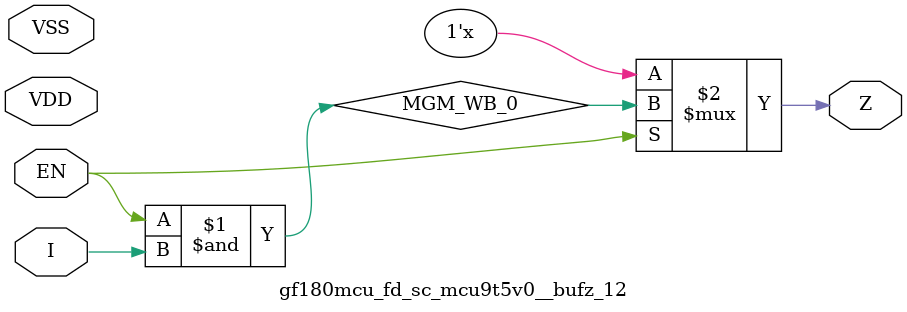
<source format=v>

module gf180mcu_fd_sc_mcu9t5v0__bufz_12( EN, I, Z, VDD, VSS );
input EN, I;
inout VDD, VSS;
output Z;

	wire MGM_WB_0;

	wire MGM_WB_1;

	and MGM_BG_0( MGM_WB_0, EN, I );

	not MGM_BG_1( MGM_WB_1, EN );

	bufif0 MGM_BG_2( Z, MGM_WB_0,MGM_WB_1 );

endmodule

</source>
